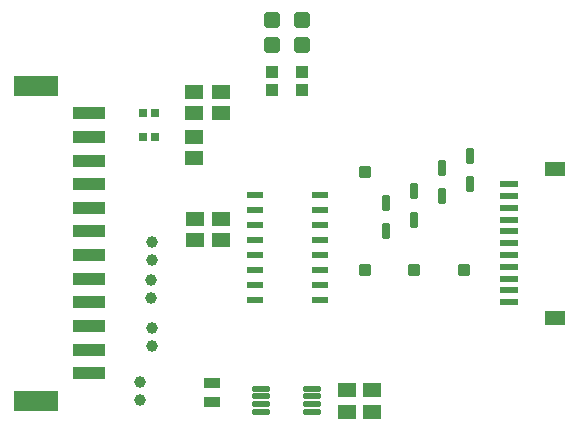
<source format=gtp>
G04*
G04 #@! TF.GenerationSoftware,Altium Limited,Altium Designer,22.10.1 (41)*
G04*
G04 Layer_Color=8421504*
%FSLAX25Y25*%
%MOIN*%
G70*
G04*
G04 #@! TF.SameCoordinates,8FEA939C-E76D-43F5-B1C2-14765C5B3C68*
G04*
G04*
G04 #@! TF.FilePolarity,Positive*
G04*
G01*
G75*
%ADD15R,0.05728X0.02197*%
%ADD16C,0.03937*%
%ADD17R,0.05906X0.02362*%
%ADD18R,0.07087X0.04724*%
G04:AMPARAMS|DCode=19|XSize=55.12mil|YSize=35.43mil|CornerRadius=2.66mil|HoleSize=0mil|Usage=FLASHONLY|Rotation=180.000|XOffset=0mil|YOffset=0mil|HoleType=Round|Shape=RoundedRectangle|*
%AMROUNDEDRECTD19*
21,1,0.05512,0.03012,0,0,180.0*
21,1,0.04980,0.03543,0,0,180.0*
1,1,0.00532,-0.02490,0.01506*
1,1,0.00532,0.02490,0.01506*
1,1,0.00532,0.02490,-0.01506*
1,1,0.00532,-0.02490,-0.01506*
%
%ADD19ROUNDEDRECTD19*%
G04:AMPARAMS|DCode=20|XSize=39.37mil|YSize=39.37mil|CornerRadius=3.94mil|HoleSize=0mil|Usage=FLASHONLY|Rotation=90.000|XOffset=0mil|YOffset=0mil|HoleType=Round|Shape=RoundedRectangle|*
%AMROUNDEDRECTD20*
21,1,0.03937,0.03150,0,0,90.0*
21,1,0.03150,0.03937,0,0,90.0*
1,1,0.00787,0.01575,0.01575*
1,1,0.00787,0.01575,-0.01575*
1,1,0.00787,-0.01575,-0.01575*
1,1,0.00787,-0.01575,0.01575*
%
%ADD20ROUNDEDRECTD20*%
G04:AMPARAMS|DCode=21|XSize=57.09mil|YSize=17.72mil|CornerRadius=2.22mil|HoleSize=0mil|Usage=FLASHONLY|Rotation=180.000|XOffset=0mil|YOffset=0mil|HoleType=Round|Shape=RoundedRectangle|*
%AMROUNDEDRECTD21*
21,1,0.05709,0.01329,0,0,180.0*
21,1,0.05266,0.01772,0,0,180.0*
1,1,0.00443,-0.02633,0.00664*
1,1,0.00443,0.02633,0.00664*
1,1,0.00443,0.02633,-0.00664*
1,1,0.00443,-0.02633,-0.00664*
%
%ADD21ROUNDEDRECTD21*%
%ADD22R,0.10630X0.03937*%
%ADD23R,0.14961X0.07087*%
G04:AMPARAMS|DCode=24|XSize=23.62mil|YSize=27.56mil|CornerRadius=1.77mil|HoleSize=0mil|Usage=FLASHONLY|Rotation=180.000|XOffset=0mil|YOffset=0mil|HoleType=Round|Shape=RoundedRectangle|*
%AMROUNDEDRECTD24*
21,1,0.02362,0.02402,0,0,180.0*
21,1,0.02008,0.02756,0,0,180.0*
1,1,0.00354,-0.01004,0.01201*
1,1,0.00354,0.01004,0.01201*
1,1,0.00354,0.01004,-0.01201*
1,1,0.00354,-0.01004,-0.01201*
%
%ADD24ROUNDEDRECTD24*%
G04:AMPARAMS|DCode=25|XSize=49.21mil|YSize=62.99mil|CornerRadius=4.92mil|HoleSize=0mil|Usage=FLASHONLY|Rotation=270.000|XOffset=0mil|YOffset=0mil|HoleType=Round|Shape=RoundedRectangle|*
%AMROUNDEDRECTD25*
21,1,0.04921,0.05315,0,0,270.0*
21,1,0.03937,0.06299,0,0,270.0*
1,1,0.00984,-0.02657,-0.01968*
1,1,0.00984,-0.02657,0.01968*
1,1,0.00984,0.02657,0.01968*
1,1,0.00984,0.02657,-0.01968*
%
%ADD25ROUNDEDRECTD25*%
G04:AMPARAMS|DCode=26|XSize=51.18mil|YSize=51.18mil|CornerRadius=5.12mil|HoleSize=0mil|Usage=FLASHONLY|Rotation=270.000|XOffset=0mil|YOffset=0mil|HoleType=Round|Shape=RoundedRectangle|*
%AMROUNDEDRECTD26*
21,1,0.05118,0.04095,0,0,270.0*
21,1,0.04095,0.05118,0,0,270.0*
1,1,0.01024,-0.02047,-0.02047*
1,1,0.01024,-0.02047,0.02047*
1,1,0.01024,0.02047,0.02047*
1,1,0.01024,0.02047,-0.02047*
%
%ADD26ROUNDEDRECTD26*%
G04:AMPARAMS|DCode=27|XSize=43.31mil|YSize=39.37mil|CornerRadius=2.95mil|HoleSize=0mil|Usage=FLASHONLY|Rotation=180.000|XOffset=0mil|YOffset=0mil|HoleType=Round|Shape=RoundedRectangle|*
%AMROUNDEDRECTD27*
21,1,0.04331,0.03347,0,0,180.0*
21,1,0.03740,0.03937,0,0,180.0*
1,1,0.00591,-0.01870,0.01673*
1,1,0.00591,0.01870,0.01673*
1,1,0.00591,0.01870,-0.01673*
1,1,0.00591,-0.01870,-0.01673*
%
%ADD27ROUNDEDRECTD27*%
G04:AMPARAMS|DCode=28|XSize=53.15mil|YSize=25.59mil|CornerRadius=1.92mil|HoleSize=0mil|Usage=FLASHONLY|Rotation=270.000|XOffset=0mil|YOffset=0mil|HoleType=Round|Shape=RoundedRectangle|*
%AMROUNDEDRECTD28*
21,1,0.05315,0.02175,0,0,270.0*
21,1,0.04931,0.02559,0,0,270.0*
1,1,0.00384,-0.01088,-0.02466*
1,1,0.00384,-0.01088,0.02466*
1,1,0.00384,0.01088,0.02466*
1,1,0.00384,0.01088,-0.02466*
%
%ADD28ROUNDEDRECTD28*%
D15*
X414957Y313419D02*
D03*
Y308418D02*
D03*
Y303418D02*
D03*
Y298418D02*
D03*
Y293419D02*
D03*
Y288419D02*
D03*
Y283418D02*
D03*
Y278418D02*
D03*
X393529D02*
D03*
Y283418D02*
D03*
Y288419D02*
D03*
Y293419D02*
D03*
Y298418D02*
D03*
Y303418D02*
D03*
Y308418D02*
D03*
Y313419D02*
D03*
D16*
X359000Y297638D02*
D03*
Y291638D02*
D03*
X358606Y279134D02*
D03*
Y285134D02*
D03*
X359000Y263016D02*
D03*
Y269016D02*
D03*
X355063Y251000D02*
D03*
Y245000D02*
D03*
D17*
X477961Y316942D02*
D03*
Y313005D02*
D03*
Y309068D02*
D03*
Y305131D02*
D03*
Y301194D02*
D03*
Y297257D02*
D03*
Y293320D02*
D03*
Y289383D02*
D03*
Y285446D02*
D03*
Y281509D02*
D03*
Y277572D02*
D03*
D18*
X493315Y322060D02*
D03*
Y272454D02*
D03*
D19*
X378969Y250807D02*
D03*
Y244311D02*
D03*
D20*
X446500Y288419D02*
D03*
X430000Y321000D02*
D03*
X463000Y288419D02*
D03*
X430000D02*
D03*
D21*
X395315Y241161D02*
D03*
Y243721D02*
D03*
Y246280D02*
D03*
Y248839D02*
D03*
X412244D02*
D03*
Y246280D02*
D03*
Y243721D02*
D03*
Y241161D02*
D03*
D22*
X338000Y340564D02*
D03*
Y332690D02*
D03*
Y324816D02*
D03*
Y316942D02*
D03*
Y309068D02*
D03*
Y301194D02*
D03*
Y293320D02*
D03*
Y285446D02*
D03*
Y277572D02*
D03*
Y269698D02*
D03*
Y261824D02*
D03*
Y253950D02*
D03*
D23*
X320480Y349816D02*
D03*
Y244698D02*
D03*
D24*
X356031Y332690D02*
D03*
X359968D02*
D03*
Y340564D02*
D03*
X356031D02*
D03*
D25*
X373000D02*
D03*
Y347612D02*
D03*
X373500Y305466D02*
D03*
Y298418D02*
D03*
X373000Y332690D02*
D03*
Y325643D02*
D03*
X382000Y305466D02*
D03*
Y298418D02*
D03*
Y347612D02*
D03*
Y340564D02*
D03*
X424000Y248209D02*
D03*
Y241161D02*
D03*
X432500Y248209D02*
D03*
Y241161D02*
D03*
D26*
X399000Y371634D02*
D03*
Y363366D02*
D03*
X409000D02*
D03*
Y371634D02*
D03*
D27*
X399000Y354500D02*
D03*
Y348201D02*
D03*
X409000Y354500D02*
D03*
Y348201D02*
D03*
D28*
X437000Y301194D02*
D03*
Y310643D02*
D03*
X446333Y305131D02*
D03*
Y314580D02*
D03*
X455667Y313005D02*
D03*
Y322454D02*
D03*
X465000Y316942D02*
D03*
Y326391D02*
D03*
M02*

</source>
